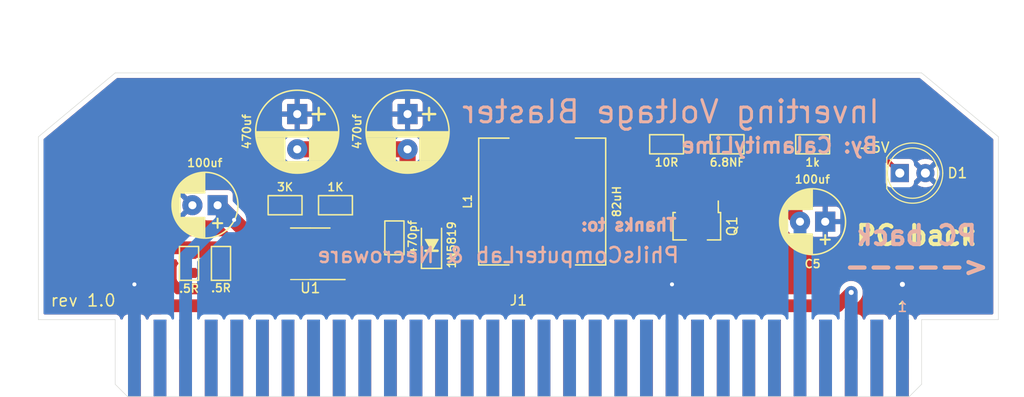
<source format=kicad_pcb>
(kicad_pcb (version 20211014) (generator pcbnew)
  (title_block (title "Voltage Blaster") (date "2021-05-23") (rev "1.1") (company "PhilsComputerLab & Necroware") (comment 1 "by Scorp"))
  (layers (0 "F.Cu" signal) (31 "B.Cu" signal) (34 "B.Paste" user) (35 "F.Paste" user) (36 "B.SilkS" user "B.Silkscreen") (37 "F.SilkS" user "F.Silkscreen") (38 "B.Mask" user) (39 "F.Mask" user) (44 "Edge.Cuts" user))
  (net 0 "")
  (net 1 "GND")
  (net 2 "Net-(D1-Pad1)")
  (net 3 "-5 Dirty")
  (net 4 "Net-(C4-Pad1)")
  (net 5 "-5 Clean")
  (net 6 "+5 volt")
  (net 7 "Net-(D2-Pad1)")
  (net 64 "Net-(R3-Pad2)")
  (net 65 "Net-(R5-Pad1)")
  (net 66 "Net-(C6-Pad1)")
  (footprint "Inverting voltage blaster:ISA_8BIT_EDGE" (layer "F.Cu") (at 156.845 63.5)
    (fp_text reference "J1" (at -38.1 -1.905) (layer "F.SilkS"))
    (fp_text value "Bus_ISA_8bit")
    (pad "1" connect rect locked (at 0 3.81) (size 1.27 7.62) (layers "B.Cu" "B.Mask") (net 1 "GND"))
    (pad "2" connect rect locked (at -2.54 3.81) (size 1.27 7.62) (layers "B.Cu" "B.Mask"))
    (pad "3" connect rect locked (at -5.08 3.81) (size 1.27 7.62) (layers "B.Cu" "B.Mask") (net 6 "+5 volt"))
    (pad "4" connect rect locked (at -7.62 3.81) (size 1.27 7.62) (layers "B.Cu" "B.Mask"))
    (pad "5" connect rect locked (at -10.16 3.81) (size 1.27 7.62) (layers "B.Cu" "B.Mask") (net 5 "-5 Clean"))
    (pad "6" connect rect locked (at -12.7 3.81) (size 1.27 7.62) (layers "B.Cu" "B.Mask"))
    (pad "7" connect rect locked (at -15.24 3.81) (size 1.27 7.62) (layers "B.Cu" "B.Mask"))
    (pad "8" connect rect locked (at -17.78 3.81) (size 1.27 7.62) (layers "B.Cu" "B.Mask"))
    (pad "9" connect rect locked (at -20.32 3.81) (size 1.27 7.62) (layers "B.Cu" "B.Mask"))
    (pad "10" connect rect locked (at -22.86 3.81) (size 1.27 7.62) (layers "B.Cu" "B.Mask") (net 1 "GND"))
    (pad "11" connect rect locked (at -25.4 3.81) (size 1.27 7.62) (layers "B.Cu" "B.Mask"))
    (pad "12" connect rect locked (at -27.94 3.81) (size 1.27 7.62) (layers "B.Cu" "B.Mask"))
    (pad "13" connect rect locked (at -30.48 3.81) (size 1.27 7.62) (layers "B.Cu" "B.Mask"))
    (pad "14" connect rect locked (at -33.02 3.81) (size 1.27 7.62) (layers "B.Cu" "B.Mask"))
    (pad "15" connect rect locked (at -35.56 3.81) (size 1.27 7.62) (layers "B.Cu" "B.Mask"))
    (pad "16" connect rect locked (at -38.1 3.81) (size 1.27 7.62) (layers "B.Cu" "B.Mask"))
    (pad "17" connect rect locked (at -40.64 3.81) (size 1.27 7.62) (layers "B.Cu" "B.Mask"))
    (pad "18" connect rect locked (at -43.18 3.81) (size 1.27 7.62) (layers "B.Cu" "B.Mask"))
    (pad "19" connect rect locked (at -45.72 3.81) (size 1.27 7.62) (layers "B.Cu" "B.Mask"))
    (pad "20" connect rect locked (at -48.26 3.81) (size 1.27 7.62) (layers "B.Cu" "B.Mask"))
    (pad "21" connect rect locked (at -50.8 3.81) (size 1.27 7.62) (layers "B.Cu" "B.Mask"))
    (pad "22" connect rect locked (at -53.34 3.81) (size 1.27 7.62) (layers "B.Cu" "B.Mask"))
    (pad "23" connect rect locked (at -55.88 3.81) (size 1.27 7.62) (layers "B.Cu" "B.Mask"))
    (pad "24" connect rect locked (at -58.42 3.81) (size 1.27 7.62) (layers "B.Cu" "B.Mask"))
    (pad "25" connect rect locked (at -60.96 3.81) (size 1.27 7.62) (layers "B.Cu" "B.Mask"))
    (pad "26" connect rect locked (at -63.5 3.81) (size 1.27 7.62) (layers "B.Cu" "B.Mask"))
    (pad "27" connect rect locked (at -66.04 3.81) (size 1.27 7.62) (layers "B.Cu" "B.Mask"))
    (pad "28" connect rect locked (at -68.58 3.81) (size 1.27 7.62) (layers "B.Cu" "B.Mask"))
    (pad "29" connect rect locked (at -71.12 3.81) (size 1.27 7.62) (layers "B.Cu" "B.Mask") (net 6 "+5 volt"))
    (pad "30" connect rect locked (at -73.66 3.81) (size 1.27 7.62) (layers "B.Cu" "B.Mask"))
    (pad "31" connect rect locked (at -76.2 3.81) (size 1.27 7.62) (layers "B.Cu" "B.Mask") (net 1 "GND"))
    (pad "32" connect rect locked (at 0 3.81) (size 1.27 7.62) (layers "F.Cu" "F.Mask"))
    (pad "33" connect rect locked (at -2.54 3.81) (size 1.27 7.62) (layers "F.Cu" "F.Mask"))
    (pad "34" connect rect locked (at -5.08 3.81) (size 1.27 7.62) (layers "F.Cu" "F.Mask"))
    (pad "35" connect rect locked (at -7.62 3.81) (size 1.27 7.62) (layers "F.Cu" "F.Mask"))
    (pad "36" connect rect locked (at -10.16 3.81) (size 1.27 7.62) (layers "F.Cu" "F.Mask"))
    (pad "37" connect rect locked (at -12.7 3.81) (size 1.27 7.62) (layers "F.Cu" "F.Mask"))
    (pad "38" connect rect locked (at -15.24 3.81) (size 1.27 7.62) (layers "F.Cu" "F.Mask"))
    (pad "39" connect rect locked (at -17.78 3.81) (size 1.27 7.62) (layers "F.Cu" "F.Mask"))
    (pad "40" connect rect locked (at -20.32 3.81) (size 1.27 7.62) (layers "F.Cu" "F.Mask"))
    (pad "41" connect rect locked (at -22.86 3.81) (size 1.27 7.62) (layers "F.Cu" "F.Mask"))
    (pad "42" connect rect locked (at -25.4 3.81) (size 1.27 7.62) (layers "F.Cu" "F.Mask"))
    (pad "43" connect rect locked (at -27.94 3.81) (size 1.27 7.62) (layers "F.Cu" "F.Mask"))
    (pad "44" connect rect locked (at -30.48 3.81) (size 1.27 7.62) (layers "F.Cu" "F.Mask"))
    (pad "45" connect rect locked (at -33.02 3.81) (size 1.27 7.62) (layers "F.Cu" "F.Mask"))
    (pad "46" connect rect locked (at -35.56 3.81) (size 1.27 7.62) (layers "F.Cu" "F.Mask"))
    (pad "47" connect rect locked (at -38.1 3.81) (size 1.27 7.62) (layers "F.Cu" "F.Mask"))
    (pad "48" connect rect locked (at -40.64 3.81) (size 1.27 7.62) (layers "F.Cu" "F.Mask"))
    (pad "49" connect rect locked (at -43.18 3.81) (size 1.27 7.62) (layers "F.Cu" "F.Mask"))
    (pad "50" connect rect locked (at -45.72 3.81) (size 1.27 7.62) (layers "F.Cu" "F.Mask"))
    (pad "51" connect rect locked (at -48.26 3.81) (size 1.27 7.62) (layers "F.Cu" "F.Mask"))
    (pad "52" connect rect locked (at -50.8 3.81) (size 1.27 7.62) (layers "F.Cu" "F.Mask"))
    (pad "53" connect rect locked (at -53.34 3.81) (size 1.27 7.62) (layers "F.Cu" "F.Mask"))
    (pad "54" connect rect locked (at -55.88 3.81) (size 1.27 7.62) (layers "F.Cu" "F.Mask"))
    (pad "55" connect rect locked (at -58.42 3.81) (size 1.27 7.62) (layers "F.Cu" "F.Mask"))
    (pad "56" connect rect locked (at -60.96 3.81) (size 1.27 7.62) (layers "F.Cu" "F.Mask"))
    (pad "57" connect rect locked (at -63.5 3.81) (size 1.27 7.62) (layers "F.Cu" "F.Mask"))
    (pad "58" connect rect locked (at -66.04 3.81) (size 1.27 7.62) (layers "F.Cu" "F.Mask"))
    (pad "59" connect rect locked (at -68.58 3.81) (size 1.27 7.62) (layers "F.Cu" "F.Mask"))
    (pad "60" connect rect locked (at -71.12 3.81) (size 1.27 7.62) (layers "F.Cu" "F.Mask"))
    (pad "61" connect rect locked (at -73.66 3.81) (size 1.27 7.62) (layers "F.Cu" "F.Mask"))
    (pad "62" connect rect locked (at -76.2 3.81) (size 1.27 7.62) (layers "F.Cu" "F.Mask"))
  )
  (footprint "LED_THT:LED_D5.0mm" (layer "F.Cu") (at 156.586 48.9458)
    (fp_text reference "D1" (at 5.715 0) (layer "F.SilkS"))
    (fp_text value "-5V" (at -2.54 -2.54) (layer "F.SilkS"))
    (pad "1" thru_hole rect locked (at 0 0) (size 1.8 1.8) (drill 0.9) (layers *.Cu *.Mask) (net 2 "Net-(D1-Pad1)"))
    (pad "2" thru_hole circle locked (at 2.54 0) (size 1.8 1.8) (drill 0.9) (layers *.Cu *.Mask) (net 1 "GND"))
  )
  (footprint "Inverting voltage blaster:C_0805_2012Metric" (layer "F.Cu") (at 95.594199 52.1368 180)
    (fp_text reference "R4")
    (fp_text value "3K" (at 0 1.8) (layer "F.SilkS") (effects (font (size 0.8 0.8))))
    (pad "1" smd rect (at -0.95 0 180) (size 1 1.45) (layers "F.Cu" "F.Paste" "F.Mask") (net 64 "Net-(R3-Pad2)"))
    (pad "2" smd rect (at 0.95 0 180) (size 1 1.45) (layers "F.Cu" "F.Paste" "F.Mask") (net 1 "GND"))
  )
  (footprint "Inverting voltage blaster:C_0805_2012Metric" (layer "F.Cu") (at 89.236199 57.9178 90)
    (fp_text reference "R6")
    (fp_text value ".5R" (at -2.4486 0) (layer "F.SilkS") (effects (font (size 0.8 0.8))))
    (pad "1" smd rect (at -0.95 0 90) (size 1 1.45) (layers "F.Cu" "F.Paste" "F.Mask") (net 65 "Net-(R5-Pad1)"))
    (pad "2" smd rect (at 0.95 0 90) (size 1 1.45) (layers "F.Cu" "F.Paste" "F.Mask") (net 6 "+5 volt"))
  )
  (footprint "Inverting voltage blaster:L_12x12mm_H4.5mm" (layer "F.Cu") (at 121.106599 51.771801 90)
    (fp_text reference "L1" (at 0 -7.4 90) (layer "F.SilkS") (effects (font (size 0.8 0.8))))
    (fp_text value "82uH" (at 0 7.4 90) (layer "F.SilkS") (effects (font (size 0.8 0.8))))
    (pad "1" smd rect (at -4.95 0 90) (size 2.9 5.4) (layers "F.Cu" "F.Paste" "F.Mask") (net 7 "Net-(D2-Pad1)"))
    (pad "2" smd rect (at 4.95 0 90) (size 2.9 5.4) (layers "F.Cu" "F.Paste" "F.Mask") (net 1 "GND"))
  )
  (footprint "Inverting voltage blaster:C_0805_2012Metric" (layer "F.Cu") (at 147.935 46.0828)
    (fp_text reference "R1")
    (fp_text value "1k" (at 0 1.8) (layer "F.SilkS") (effects (font (size 0.8 0.8))))
    (pad "1" smd rect (at -0.95 0) (size 1 1.45) (layers "F.Cu" "F.Paste" "F.Mask") (net 5 "-5 Clean"))
    (pad "2" smd rect (at 0.95 0) (size 1 1.45) (layers "F.Cu" "F.Paste" "F.Mask") (net 2 "Net-(D1-Pad1)"))
  )
  (footprint "Inverting voltage blaster:CH340N" (layer "F.Cu") (at 98.0942 56.9628 180)
    (fp_text reference "U1" (at 0 -3.4) (layer "F.SilkS"))
    (fp_text value "34063")
    (pad "1" smd rect (at -2.475 -1.905 180) (size 1.95 0.6) (layers "F.Cu" "F.Paste" "F.Mask") (net 65 "Net-(R5-Pad1)"))
    (pad "2" smd rect (at -2.475 -0.635 180) (size 1.95 0.6) (layers "F.Cu" "F.Paste" "F.Mask") (net 7 "Net-(D2-Pad1)"))
    (pad "3" smd rect (at -2.475 0.635 180) (size 1.95 0.6) (layers "F.Cu" "F.Paste" "F.Mask") (net 4 "Net-(C4-Pad1)"))
    (pad "4" smd rect (at -2.475 1.905 180) (size 1.95 0.6) (layers "F.Cu" "F.Paste" "F.Mask") (net 3 "-5 Dirty"))
    (pad "5" smd rect (at 2.475 1.905 180) (size 1.95 0.6) (layers "F.Cu" "F.Paste" "F.Mask") (net 64 "Net-(R3-Pad2)"))
    (pad "6" smd rect (at 2.475 0.635 180) (size 1.95 0.6) (layers "F.Cu" "F.Paste" "F.Mask") (net 6 "+5 volt"))
    (pad "7" smd rect (at 2.475 -0.635 180) (size 1.95 0.6) (layers "F.Cu" "F.Paste" "F.Mask") (net 65 "Net-(R5-Pad1)"))
    (pad "8" smd rect (at 2.475 -1.905 180) (size 1.95 0.6) (layers "F.Cu" "F.Paste" "F.Mask") (net 65 "Net-(R5-Pad1)"))
  )
  (footprint "Inverting voltage blaster:CP_Radial_D6.3mm_P2.50mm" (layer "F.Cu") (at 88.901198 52.1368 180)
    (fp_text reference "C3" hide)
    (fp_text value "100uf" (at 1.27 4.2) (layer "F.SilkS") (effects (font (size 0.8 0.8))))
    (fp_text user "+" (at 0 -1.875 180 unlocked) (layer "F.SilkS") (effects (font (size 1.2 1.2) (thickness 0.2))))
    (pad "1" thru_hole rect (at 0 0 180) (size 2 2) (drill 0.8) (layers *.Cu *.Mask) (net 6 "+5 volt"))
    (pad "2" thru_hole circle (at 2.5 0 180) (size 2 2) (drill 0.8) (layers *.Cu *.Mask) (net 1 "GND"))
  )
  (footprint "Inverting voltage blaster:D_SOD-123" (layer "F.Cu") (at 110.1222 56.0778 90)
    (fp_text reference "D2" hide)
    (fp_text value "1N5819" (at 0 2 90) (layer "F.SilkS") (effects (font (size 0.8 0.8))))
    (pad "1" smd rect (at -1.65 0 90) (size 1 1.2) (layers "F.Cu" "F.Paste" "F.Mask") (net 7 "Net-(D2-Pad1)"))
    (pad "2" smd rect (at 1.65 0 90) (size 1 1.2) (layers "F.Cu" "F.Paste" "F.Mask") (net 3 "-5 Dirty"))
  )
  (footprint "Inverting voltage blaster:C_0805_2012Metric" (layer "F.Cu") (at 139.4488 46.0828)
    (fp_text reference "C6")
    (fp_text value "6.8NF" (at 0 1.8) (layer "F.SilkS") (effects (font (size 0.8 0.8))))
    (pad "1" smd rect (at -0.95 0) (size 1 1.45) (layers "F.Cu" "F.Paste" "F.Mask") (net 66 "Net-(C6-Pad1)"))
    (pad "2" smd rect (at 0.95 0) (size 1 1.45) (layers "F.Cu" "F.Paste" "F.Mask") (net 1 "GND"))
  )
  (footprint "Inverting voltage blaster:SOT-89-3_Handsoldering" (layer "F.Cu") (at 136.4488 53.9242 -90)
    (fp_text reference "Q1" (at 0.3 -3.5 -90) (layer "F.SilkS"))
    (fp_text value "Q_PNP_EBC")
    (pad "1" smd rect (at -2.15 -1.5 270) (size 2.3 0.9) (layers "F.Cu" "F.Paste" "F.Mask") (net 5 "-5 Clean"))
    (pad "2" smd custom (at -2.0625 0 270) (size 2.4 0.9) (layers "F.Cu" "F.Paste" "F.Mask") (net 66 "Net-(C6-Pad1)") (options (clearance outline) (anchor rect)) (primitives (gr_poly (pts (xy 5.3625 0.8665) (xy 1.7 0.8665) (xy 1.7 -0.8665) (xy 5.3625 -0.8665)) (width 0) (fill yes)) (gr_poly (pts (xy 4 0.45) (xy 1 0.45) (xy 1 -0.45) (xy 4 -0.45)) (width 0) (fill yes))))
    (pad "3" smd rect (at -2.15 1.5 270) (size 2.3 0.9) (layers "F.Cu" "F.Paste" "F.Mask") (net 3 "-5 Dirty"))
  )
  (footprint "Inverting voltage blaster:C_0805_2012Metric" (layer "F.Cu") (at 133.4488 46.0828)
    (fp_text reference "R2")
    (fp_text value "10R" (at 0 1.8) (layer "F.SilkS") (effects (font (size 0.8 0.8))))
    (pad "1" smd rect (at -0.95 0) (size 1 1.45) (layers "F.Cu" "F.Paste" "F.Mask") (net 3 "-5 Dirty"))
    (pad "2" smd rect (at 0.95 0) (size 1 1.45) (layers "F.Cu" "F.Paste" "F.Mask") (net 66 "Net-(C6-Pad1)"))
  )
  (footprint "Inverting voltage blaster:CP_Radial_D8.0mm_P3.50mm" (layer "F.Cu") (at 96.7988 43.0828 -90)
    (fp_text reference "C2" hide)
    (fp_text value "470uf" (at 1.75 5 90) (layer "F.SilkS") (effects (font (size 0.8 0.8))))
    (fp_text user "+" (at 0 -2.25 -90 unlocked) (layer "F.SilkS") (effects (font (size 1.6 1.6) (thickness 0.24))))
    (pad "1" thru_hole rect (at 0 0 270) (size 2 2) (drill 0.8) (layers *.Cu *.Mask) (net 1 "GND"))
    (pad "2" thru_hole circle (at 3.5 0 270) (size 2 2) (drill 0.8) (layers *.Cu *.Mask) (net 3 "-5 Dirty"))
  )
  (footprint "Inverting voltage blaster:CP_Radial_D8.0mm_P3.50mm" (layer "F.Cu") (at 107.7462 43.0828 -90)
    (fp_text reference "C1" hide)
    (fp_text value "470uf" (at 1.75 5 90) (layer "F.SilkS") (effects (font (size 0.8 0.8))))
    (fp_text user "+" (at 0 -2.25 -90 unlocked) (layer "F.SilkS") (effects (font (size 1.6 1.6) (thickness 0.24))))
    (pad "1" thru_hole rect (at 0 0 270) (size 2 2) (drill 0.8) (layers *.Cu *.Mask) (net 1 "GND"))
    (pad "2" thru_hole circle (at 3.5 0 270) (size 2 2) (drill 0.8) (layers *.Cu *.Mask) (net 3 "-5 Dirty"))
  )
  (footprint "Inverting voltage blaster:C_0805_2012Metric" (layer "F.Cu") (at 106.4442 55.3778 90)
    (fp_text reference "C4")
    (fp_text value "470pf" (at 0 1.8 90) (layer "F.SilkS") (effects (font (size 0.8 0.8))))
    (pad "1" smd rect (at -0.95 0 90) (size 1 1.45) (layers "F.Cu" "F.Paste" "F.Mask") (net 4 "Net-(C4-Pad1)"))
    (pad "2" smd rect (at 0.95 0 90) (size 1 1.45) (layers "F.Cu" "F.Paste" "F.Mask") (net 3 "-5 Dirty"))
  )
  (footprint "Inverting voltage blaster:C_0805_2012Metric" (layer "F.Cu") (at 100.5942 52.1368 180)
    (fp_text reference "R3")
    (fp_text value "1K" (at 0 1.8) (layer "F.SilkS") (effects (font (size 0.8 0.8))))
    (pad "1" smd rect (at -0.95 0 180) (size 1 1.45) (layers "F.Cu" "F.Paste" "F.Mask") (net 3 "-5 Dirty"))
    (pad "2" smd rect (at 0.95 0 180) (size 1 1.45) (layers "F.Cu" "F.Paste" "F.Mask") (net 64 "Net-(R3-Pad2)"))
  )
  (footprint "Inverting voltage blaster:C_0805_2012Metric" (layer "F.Cu") (at 86.066199 57.917801 90)
    (fp_text reference "R5")
    (fp_text value ".5R" (at -2.4994 0) (layer "F.SilkS") (effects (font (size 0.8 0.8))))
    (pad "1" smd rect (at -0.95 0 90) (size 1 1.45) (layers "F.Cu" "F.Paste" "F.Mask") (net 65 "Net-(R5-Pad1)"))
    (pad "2" smd rect (at 0.95 0 90) (size 1 1.45) (layers "F.Cu" "F.Paste" "F.Mask") (net 6 "+5 volt"))
  )
  (footprint "Inverting voltage blaster:CP_Radial_D6.3mm_P2.50mm" (layer "F.Cu") (at 149.185 53.771801 180)
    (fp_text reference "C5" (at 1.25 -4.2) (layer "F.SilkS") (effects (font (size 0.8 0.8))))
    (fp_text value "100uf" (at 1.27 4.2) (layer "F.SilkS") (effects (font (size 0.8 0.8))))
    (fp_text user "+" (at 0 -1.875 180 unlocked) (layer "F.SilkS") (effects (font (size 1.2 1.2) (thickness 0.2))))
    (pad "1" thru_hole rect (at 0 0 180) (size 2 2) (drill 0.8) (layers *.Cu *.Mask) (net 1 "GND"))
    (pad "2" thru_hole circle (at 2.5 0 180) (size 2 2) (drill 0.8) (layers *.Cu *.Mask) (net 5 "-5 Clean"))
  )
  (gr_line (start 71.12 45.34) (end 78.74 38.99) (layer "Edge.Cuts") (width 0.05))
  (gr_line (start 158.75 69.925) (end 158.75 63.5) (layer "Edge.Cuts") (width 0.05))
  (gr_line (start 78.74 63.5) (end 78.74 69.925) (layer "Edge.Cuts") (width 0.05))
  (gr_line (start 79.96 71.145) (end 78.74 69.925) (layer "Edge.Cuts") (width 0.05))
  (gr_line (start 71.12 63.5) (end 71.12 45.34) (layer "Edge.Cuts") (width 0.05))
  (gr_line (start 158.75 69.925) (end 157.53 71.145) (layer "Edge.Cuts") (width 0.05))
  (gr_line (start 78.74 63.5) (end 71.12 63.5) (layer "Edge.Cuts") (width 0.05))
  (gr_line (start 166.37 45.34) (end 158.75 38.99) (layer "Edge.Cuts") (width 0.05))
  (gr_line (start 158.75 38.99) (end 78.74 38.99) (layer "Edge.Cuts") (width 0.05))
  (gr_line (start 158.75 63.5) (end 166.37 63.5) (layer "Edge.Cuts") (width 0.05))
  (gr_line (start 166.37 63.5) (end 166.37 45.34) (layer "Edge.Cuts") (width 0.05))
  (gr_line (start 79.96 71.145) (end 157.53 71.145) (layer "Edge.Cuts") (width 0.05))
  (gr_text "1" (at 156.845 62.23) (layer "B.SilkS") (effects (font (size 1 1)) (justify mirror)))
  (gr_text "PC back\n<-----" (at 158.242 56.666) (layer "B.SilkS") (effects (font (size 1.9 1.9) (thickness 0.4)) (justify mirror)))
  (gr_text "PhilsComputerLab & Necroware" (at 116.7384 57.0992) (layer "B.SilkS") (effects (font (size 1.5 1.5) (thickness 0.25)) (justify mirror)))
  (gr_text "Thanks to:" (at 129.6924 54.0992) (layer "B.SilkS") (effects (font (size 1.2 1.2) (thickness 0.3)) (justify mirror)))
  (gr_text "Inverting Voltage Blaster\n" (at 133.858 42.8498) (layer "B.SilkS") (effects (font (size 2.2 2.2) (thickness 0.3)) (justify mirror)))
  (gr_text "By: CalamityLime" (at 144.653 46.2026) (layer "B.SilkS") (effects (font (size 1.5 1.5) (thickness 0.3)) (justify mirror)))
  (gr_text "PC back\n----->" (at 158.242 56.666) (layer "F.SilkS") (effects (font (size 1.9 1.9) (thickness 0.4))))
  (gr_text "rev 1.0" (at 75.565 61.595) (layer "F.SilkS") (effects (font (size 1.2 1.2))))
  (gr_text "1" (at 156.845 62.23) (layer "F.SilkS") (effects (font (size 1 1))))
  (via (at 133.985 60) (size 0.8) (drill 0.4) (layers "F.Cu" "B.Cu") (net 1))
  (via (at 80.645 60) (size 0.8) (drill 0.4) (layers "F.Cu" "B.Cu") (net 1))
  (via (at 156.845 60) (size 1) (drill 0.5) (layers "F.Cu" "B.Cu") (net 1))
  (segment (start 80.645 67.31) (end 80.645 60) (width 1.27) (layer "B.Cu") (net 1))
  (segment (start 156.845 67.31) (end 156.845 60) (width 1.27) (layer "B.Cu") (net 1))
  (segment (start 133.985 67.31) (end 133.985 60) (width 1.27) (layer "B.Cu") (net 1))
  (segment (start 153.723 46.0828) (end 156.586 48.9458) (width 0.5) (layer "F.Cu") (net 2))
  (segment (start 148.885 46.0828) (end 153.723 46.0828) (width 0.5) (layer "F.Cu") (net 2))
  (segment (start 100.5692 55.0578) (end 101.2886 55.0578) (width 0.8) (layer "F.Cu") (net 3))
  (segment (start 107.7462 46.5828) (end 107.7462 48.0988) (width 1.6) (layer "F.Cu") (net 3))
  (segment (start 106.4442 54.4278) (end 112.177401 54.4278) (width 1.6) (layer "F.Cu") (net 3))
  (segment (start 101.5442 52.1368) (end 101.5442 53.1826) (width 0.8) (layer "F.Cu") (net 3))
  (segment (start 112.177401 54.4278) (end 114.8334 51.771801) (width 1.6) (layer "F.Cu") (net 3))
  (segment (start 106.444199 54.427799) (end 110.1222 54.427799) (width 0.8) (layer "F.Cu") (net 3))
  (segment (start 101.5442 54.0534) (end 101.5442 54.0828) (width 0.8) (layer "F.Cu") (net 3))
  (segment (start 101.2886 55.0578) (end 101.9186 54.4278) (width 0.8) (layer "F.Cu") (net 3))
  (segment (start 132.4988 46.0828) (end 132.4988 51.6512) (width 0.9) (layer "F.Cu") (net 3))
  (segment (start 132.378199 51.771801) (end 134.486399 51.771801) (width 1.6) (layer "F.Cu") (net 3))
  (segment (start 107.7462 48.0988) (end 102.0318 53.8132) (width 1.6) (layer "F.Cu") (net 3))
  (segment (start 101.5442 53.1826) (end 101.5442 54.0534) (width 0.8) (layer "F.Cu") (net 3))
  (segment (start 114.8334 51.771801) (end 132.378199 51.771801) (width 1.6) (layer "F.Cu") (net 3))
  (segment (start 99.9992 55.0578) (end 99.9992 54.7276) (width 0.8) (layer "F.Cu") (net 3))
  (segment (start 101.9186 54.4278) (end 106.444199 54.427799) (width 0.8) (layer "F.Cu") (net 3))
  (segment (start 101.5442 54.0828) (end 100.5692 55.0578) (width 0.8) (layer "F.Cu") (net 3))
  (segment (start 106.4442 54.4278) (end 101.9186 54.4278) (width 1.6) (layer "F.Cu") (net 3))
  (segment (start 100.5692 55.0578) (end 99.9992 55.0578) (width 0.8) (layer "F.Cu") (net 3))
  (segment (start 101.5442 54.0534) (end 101.9186 54.4278) (width 0.8) (layer "F.Cu") (net 3))
  (segment (start 96.7988 46.5828) (end 107.7462 46.5828) (width 1.6) (layer "F.Cu") (net 3))
  (segment (start 132.4988 51.6512) (end 132.378199 51.771801) (width 0.9) (layer "F.Cu") (net 3))
  (segment (start 99.9992 54.7276) (end 101.5442 53.1826) (width 0.8) (layer "F.Cu") (net 3))
  (segment (start 106.414679 56.29828) (end 101.9186 56.29828) (width 0.8) (layer "F.Cu") (net 4))
  (segment (start 100.569201 56.3278) (end 101.9186 56.3278) (width 0.6) (layer "F.Cu") (net 4))
  (segment (start 106.444199 56.3278) (end 106.414679 56.29828) (width 1) (layer "F.Cu") (net 4))
  (segment (start 138.411201 51.771801) (end 144.685 51.771801) (width 1.27) (layer "F.Cu") (net 5))
  (segment (start 146.685 46.3828) (end 146.685 53.771801) (width 0.5) (layer "F.Cu") (net 5))
  (segment (start 146.985 46.0828) (end 146.685 46.3828) (width 0.5) (layer "F.Cu") (net 5))
  (segment (start 144.685 51.771801) (end 146.685 53.771801) (width 1.27) (layer "F.Cu") (net 5))
  (segment (start 146.685 67.31) (end 146.685 53.771801) (width 1.27) (layer "B.Cu") (net 5))
  (segment (start 90.538 53.5976) (end 91.3127 54.3723) (width 0.8) (layer "F.Cu") (net 6))
  (segment (start 83.792199 56.365001) (end 83.1088 57.0484) (width 1.27) (layer "F.Cu") (net 6))
  (segment (start 88.901198 52.1368) (end 88.901198 52.392598) (width 0.8) (layer "F.Cu") (net 6))
  (segment (start 92.783799 56.365001) (end 92.181 56.9678) (width 0.8) (layer "F.Cu") (net 6))
  (segment (start 83.1088 57.0484) (end 83.1088 60.9346) (width 1.27) (layer "F.Cu") (net 6))
  (segment (start 89.319399 52.378999) (end 90.538 53.5976) (width 0.8) (layer "F.Cu") (net 6))
  (segment (start 91.3127 54.3723) (end 93.305401 56.365001) (width 0.8) (layer "F.Cu") (net 6))
  (segment (start 150.4366 62.1284) (end 151.765 60.8) (width 1.27) (layer "F.Cu") (net 6))
  (segment (start 92.181 56.9678) (end 93.078599 56.9678) (width 0.8) (layer "F.Cu") (net 6))
  (segment (start 89.5226 52.1368) (end 88.901198 52.1368) (width 0.8) (layer "F.Cu") (net 6))
  (segment (start 86.066199 56.9678) (end 89.236199 56.9678) (width 0.8) (layer "F.Cu") (net 6))
  (segment (start 92.783799 56.365001) (end 83.792199 56.365001) (width 1.27) (layer "F.Cu") (net 6))
  (segment (start 93.305401 56.365001) (end 92.783799 56.365001) (width 0.8) (layer "F.Cu") (net 6))
  (segment (start 84.3026 62.1284) (end 150.4366 62.1284) (width 1.27) (layer "F.Cu") (net 6))
  (segment (start 93.078599 56.9678) (end 93.718599 56.3278) (width 0.8) (layer "F.Cu") (net 6))
  (segment (start 89.236199 56.9678) (end 92.181 56.9678) (width 0.8) (layer "F.Cu") (net 6))
  (segment (start 93.0786 55.6928) (end 89.5226 52.1368) (width 0.8) (layer "F.Cu") (net 6))
  (segment (start 83.1088 60.9346) (end 84.3026 62.1284) (width 1.27) (layer "F.Cu") (net 6))
  (segment (start 93.718599 56.3278) (end 93.0786 55.6928) (width 0.8) (layer "F.Cu") (net 6))
  (segment (start 89.014599 52.582199) (end 93.000601 56.568201) (width 0.8) (layer "F.Cu") (net 6))
  (segment (start 93.718599 56.3278) (end 96.1942 56.3278) (width 0.8) (layer "F.Cu") (net 6))
  (via (at 90.538 53.5976) (size 0.8) (drill 0.4) (layers "F.Cu" "B.Cu") (net 6))
  (via (at 151.765 60.8) (size 1) (drill 0.5) (layers "F.Cu" "B.Cu") (net 6))
  (segment (start 89.3572 52.4168) (end 89.0772 52.1368) (width 1.27) (layer "B.Cu") (net 6))
  (segment (start 89.3572 53.61) (end 90.5256 53.61) (width 1.4) (layer "B.Cu") (net 6))
  (segment (start 88.901198 52.1368) (end 89.0772 52.1368) (width 0.8) (layer "B.Cu") (net 6))
  (segment (start 85.725 57.2422) (end 89.3572 53.61) (width 1.27) (layer "B.Cu") (net 6))
  (segment (start 85.725 66.31) (end 85.725 57.2422) (width 1.27) (layer "B.Cu") (net 6))
  (segment (start 90.538 53.5976) (end 90.361998 53.5976) (width 0.8) (layer "B.Cu") (net 6))
  (segment (start 89.0772 52.1368) (end 90.538 53.5976) (width 1.4) (layer "B.Cu") (net 6))
  (segment (start 89.3572 53.61) (end 89.3572 52.4168) (width 1.27) (layer "B.Cu") (net 6))
  (segment (start 151.765 60.8) (end 151.765 67.31) (width 1.27) (layer "B.Cu") (net 6))
  (segment (start 116.285599 56.721801) (end 114.8334 58.174) (width 1.6) (layer "F.Cu") (net 7))
  (segment (start 110.122198 57.7278) (end 121.1006 57.7278) (width 1) (layer "F.Cu") (net 7))
  (segment (start 121.1006 57.7278) (end 121.106599 57.7218) (width 0.8) (layer "F.Cu") (net 7))
  (segment (start 100.739689 57.768289) (end 102.343711 57.768289) (width 0.6) (layer "F.Cu") (net 7))
  (segment (start 121.106599 56.721801) (end 116.285599 56.721801) (width 1.6) (layer "F.Cu") (net 7))
  (segment (start 114.8334 58.174) (end 103.251 58.174) (width 1.6) (layer "F.Cu") (net 7))
  (segment (start 100.569199 57.5978) (end 101.918599 57.597799) (width 0.6) (layer "F.Cu") (net 7))
  (segment (start 101.918599 57.727799) (end 110.1048 57.7278) (width 0.8) (layer "F.Cu") (net 7))
  (segment (start 102.749422 58.174) (end 103.251 58.174) (width 0.6) (layer "F.Cu") (net 7))
  (segment (start 100.5692 57.5978) (end 100.739689 57.768289) (width 0.6) (layer "F.Cu") (net 7))
  (segment (start 102.343711 57.768289) (end 102.749422 58.174) (width 0.6) (layer "F.Cu") (net 7))
  (segment (start 95.619199 55.0578) (end 96.9512 55.0578) (width 0.6) (layer "F.Cu") (net 64))
  (segment (start 98.0434 53.9656) (end 98.0434 52.1368) (width 0.6) (layer "F.Cu") (net 64))
  (segment (start 96.5442 52.1368) (end 98.0434 52.1368) (width 1) (layer "F.Cu") (net 64))
  (segment (start 98.0434 52.1368) (end 99.6442 52.1368) (width 1) (layer "F.Cu") (net 64))
  (segment (start 96.9512 55.0578) (end 98.0434 53.9656) (width 0.6) (layer "F.Cu") (net 64))
  (segment (start 95.619199 58.8678) (end 95.6192 57.5978) (width 0.6) (layer "F.Cu") (net 65))
  (segment (start 89.2362 58.8678) (end 93.718599 58.867799) (width 0.8) (layer "F.Cu") (net 65))
  (segment (start 86.066199 58.867799) (end 89.2362 58.8678) (width 0.8) (layer "F.Cu") (net 65))
  (segment (start 100.5692 58.8678) (end 95.619199 58.8678) (width 0.6) (layer "F.Cu") (net 65))
  (segment (start 95.619199 58.8678) (end 93.718599 58.867799) (width 0.6) (layer "F.Cu") (net 65))
  (segment (start 136.4488 51.8617) (end 136.4488 48.1328) (width 0.9) (layer "F.Cu") (net 66))
  (segment (start 136.4488 48.1328) (end 138.4988 46.0828) (width 0.9) (layer "F.Cu") (net 66))
  (segment (start 136.4488 48.1328) (end 134.3988 46.0828) (width 0.9) (layer "F.Cu") (net 66))
  (zone (net 1) (net_name "GND") (layer "F.Cu") (connect_pads (clearance 0.508)) (min_thickness 0.254) (fill yes (thermal_gap 0.508) (thermal_bridge_width 0.508))
    (polygon (pts (xy 168.91 63.5) (xy 67.31 63.5) (xy 67.31 31.75) (xy 168.91 31.75)))
  )
  (zone (net 1) (net_name "GND") (layer "B.Cu") (connect_pads (clearance 0.508)) (min_thickness 0.254) (fill yes (thermal_gap 0.508) (thermal_bridge_width 0.508))
    (polygon (pts (xy 168.91 63.5) (xy 67.31 63.5) (xy 67.31 31.75) (xy 168.91 31.75)))
  )
)
</source>
